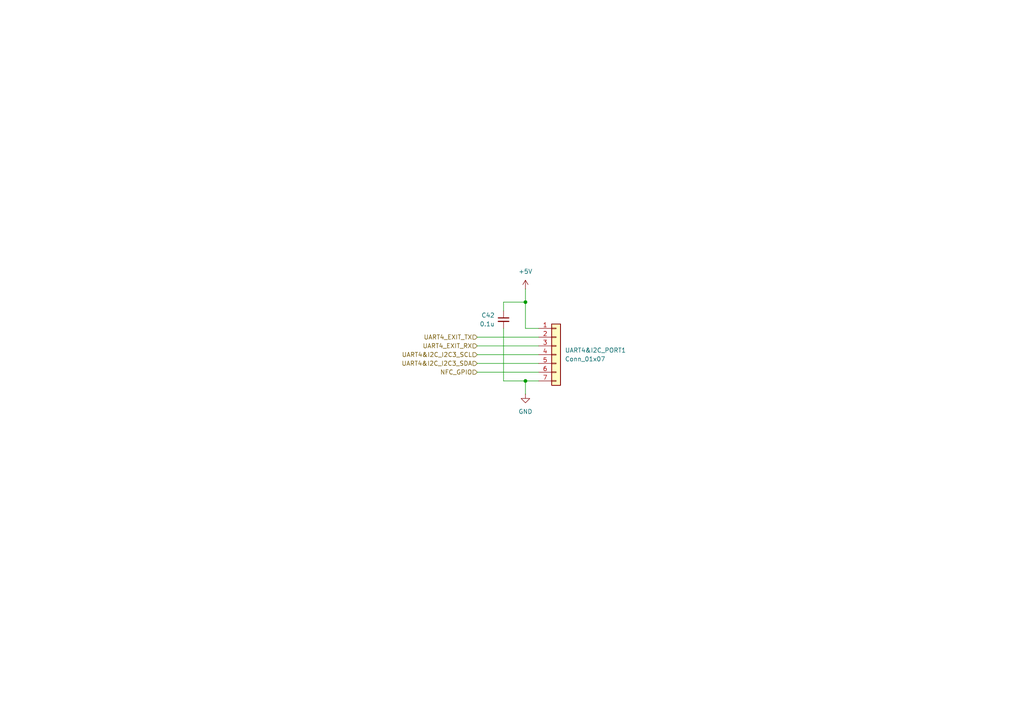
<source format=kicad_sch>
(kicad_sch (version 20231120) (generator "eeschema") (generator_version "8.0")
  (paper "A4")
  (lib_symbols
    (symbol "Connector_Generic:Conn_01x07" (pin_names (offset 1.016) hide)
      (property "Reference" "J" (at 0 10.16 0))
      (property "Value" "Conn_01x07" (at 0 -10.16 0))
      (symbol "Conn_01x07_1_1"
        (rectangle (start -1.27 -7.493) (end 0 -7.747) (stroke (width 0.1524)))
        (rectangle (start -1.27 -4.953) (end 0 -5.207) (stroke (width 0.1524)))
        (rectangle (start -1.27 -2.413) (end 0 -2.667) (stroke (width 0.1524)))
        (rectangle (start -1.27 0.127) (end 0 -0.127) (stroke (width 0.1524)))
        (rectangle (start -1.27 2.667) (end 0 2.413) (stroke (width 0.1524)))
        (rectangle (start -1.27 5.207) (end 0 4.953) (stroke (width 0.1524)))
        (rectangle (start -1.27 7.747) (end 0 7.493) (stroke (width 0.1524)))
        (rectangle (start -1.27 8.89) (end 1.27 -8.89) (stroke (width 0.254)) (fill (type background)))
        (pin passive line (at -5.08 7.62 0) (length 3.81) (name "Pin_1") (number "1"))
        (pin passive line (at -5.08 5.08 0) (length 3.81) (name "Pin_2") (number "2"))
        (pin passive line (at -5.08 2.54 0) (length 3.81) (name "Pin_3") (number "3"))
        (pin passive line (at -5.08 0 0) (length 3.81) (name "Pin_4") (number "4"))
        (pin passive line (at -5.08 -2.54 0) (length 3.81) (name "Pin_5") (number "5"))
        (pin passive line (at -5.08 -5.08 0) (length 3.81) (name "Pin_6") (number "6"))
        (pin passive line (at -5.08 -7.62 0) (length 3.81) (name "Pin_7") (number "7"))
      )
    )
    (symbol "Device:C_Small" (pin_numbers hide) (pin_names (offset 0.254) hide)
      (property "Reference" "C" (at 0.254 1.778 0))
      (property "Value" "C_Small" (at 0.254 -2.032 0))
      (symbol "C_Small_0_1"
        (polyline (pts (xy -1.524 -0.508) (xy 1.524 -0.508)) (stroke (width 0.3302)))
        (polyline (pts (xy -1.524 0.508) (xy 1.524 0.508)) (stroke (width 0.3048)))
      )
      (symbol "C_Small_1_1"
        (pin passive line (at 0 2.54 270) (length 2.032) (name "~") (number "1"))
        (pin passive line (at 0 -2.54 90) (length 2.032) (name "~") (number "2"))
      )
    )
    (symbol "power:+5V" (power) (pin_numbers hide) (pin_names (offset 0) hide)
      (property "Value" "+5V" (at 0 3.556 0))
      (symbol "+5V_0_1"
        (polyline (pts (xy -0.762 1.27) (xy 0 2.54)))
        (polyline (pts (xy 0 0) (xy 0 2.54)))
        (polyline (pts (xy 0 2.54) (xy 0.762 1.27)))
      )
      (symbol "+5V_1_1"
        (pin power_in line (at 0 0 90) (length 0) (name "~") (number "1"))
      )
    )
    (symbol "power:GND" (power) (pin_numbers hide) (pin_names (offset 0) hide)
      (property "Value" "GND" (at 0 -3.81 0))
      (symbol "GND_0_1"
        (polyline (pts (xy 0 0) (xy 0 -1.27) (xy 1.27 -1.27) (xy 0 -2.54) (xy -1.27 -1.27) (xy 0 -1.27)))
      )
      (symbol "GND_1_1"
        (pin power_in line (at 0 0 270) (length 0) (name "~") (number "1"))
      )
    )
  )
  (junction (at 152.4 87.63))
  (junction (at 152.4 110.49))
  (wire (pts (xy 138.43 102.87) (xy 156.21 102.87)))
  (wire (pts (xy 152.4 95.25) (xy 156.21 95.25)))
  (wire (pts (xy 146.05 87.63) (xy 152.4 87.63)))
  (wire (pts (xy 146.05 90.17) (xy 146.05 87.63)))
  (wire (pts (xy 152.4 110.49) (xy 156.21 110.49)))
  (wire (pts (xy 146.05 95.25) (xy 146.05 110.49)))
  (wire (pts (xy 152.4 83.82) (xy 152.4 87.63)))
  (wire (pts (xy 138.43 100.33) (xy 156.21 100.33)))
  (wire (pts (xy 138.43 107.95) (xy 156.21 107.95)))
  (wire (pts (xy 152.4 114.3) (xy 152.4 110.49)))
  (wire (pts (xy 146.05 110.49) (xy 152.4 110.49)))
  (wire (pts (xy 138.43 105.41) (xy 156.21 105.41)))
  (wire (pts (xy 138.43 97.79) (xy 156.21 97.79)))
  (wire (pts (xy 152.4 87.63) (xy 152.4 95.25)))
  (hierarchical_label "UART4_EXIT_TX" (shape input) (at 138.43 97.79 180))
  (hierarchical_label "UART4&I2C_I2C3_SCL" (shape input) (at 138.43 102.87 180))
  (hierarchical_label "NFC_GPIO" (shape input) (at 138.43 107.95 180))
  (hierarchical_label "UART4_EXIT_RX" (shape input) (at 138.43 100.33 180))
  (hierarchical_label "UART4&I2C_I2C3_SDA" (shape input) (at 138.43 105.41 180))
  (symbol (lib_id "power:GND") (at 152.4 114.3 0) (unit 1)
    (property "Reference" "#PWR092" (effects (hide yes)))
    (property "Value" "GND" (at 152.4 119.38 0))
    (property "Description" "Power symbol creates a global label with name \"GND\" , ground" (effects (hide yes)))
  )
  (symbol (lib_id "power:+5V") (at 152.4 83.82 0) (unit 1)
    (property "Reference" "#PWR091" (effects (hide yes)))
    (property "Value" "+5V" (at 152.4 78.74 0))
    (property "Description" "Power symbol creates a global label with name \"+5V\"" (effects (hide yes)))
  )
  (symbol (lib_id "Device:C_Small") (at 146.05 92.71 0) (unit 1)
    (property "Reference" "C42" (at 143.51 91.4462 0) (effects (justify right)))
    (property "Value" "0.1u" (at 143.51 93.9862 0) (effects (justify right)))
    (property "Footprint" "Capacitor_SMD:C_0402_1005Metric_Pad0.74x0.62mm_HandSolder" (effects (hide yes)))
    (property "Description" "Unpolarized capacitor, small symbol" (effects (hide yes)))
  )
  (symbol (lib_id "Connector_Generic:Conn_01x07") (at 161.29 102.87 0) (unit 1)
    (property "Reference" "UART4&I2C_PORT1" (at 163.83 101.5999 0) (effects (justify left)))
    (property "Value" "Conn_01x07" (at 163.83 104.1399 0) (effects (justify left)))
    (property "Footprint" "Connector_JST:JST_GH_BM07B-GHS-TBT_1x07-1MP_P1.25mm_Vertical" (effects (hide yes)))
    (property "Description" "Generic connector, single row, 01x07, script generated (kicad-library-utils/schlib/autogen/connector/)" (effects (hide yes)))
  )
)
</source>
